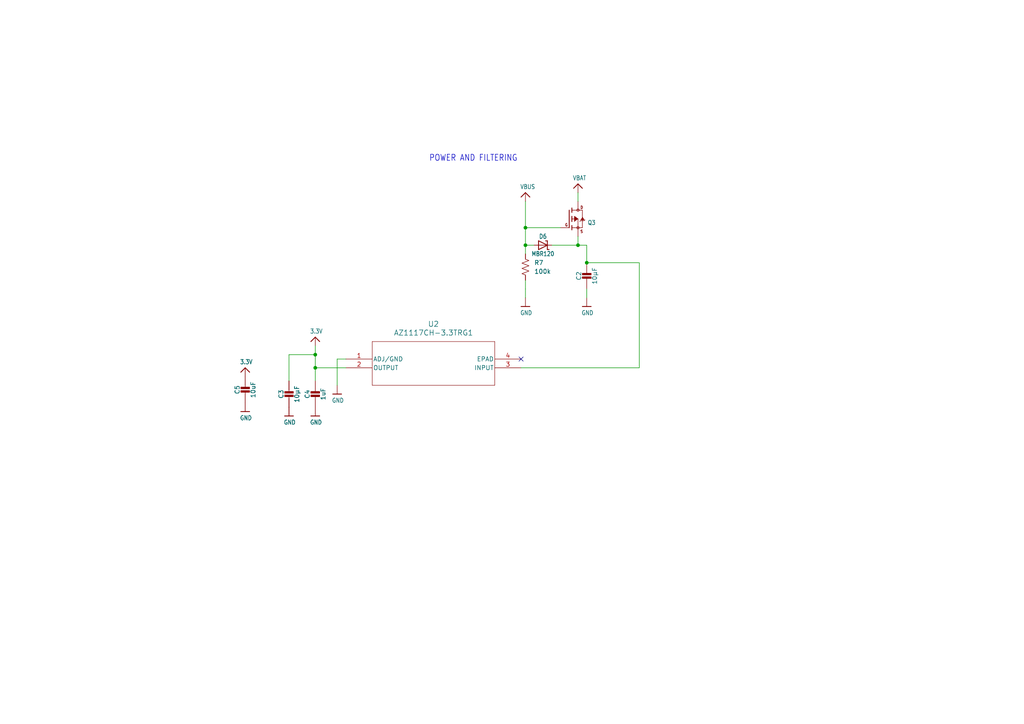
<source format=kicad_sch>
(kicad_sch (version 20250114) (generator "eeschema") (generator_version "9.0")
  (paper "A4")
  (lib_symbols
    (symbol "AZ1117CH-3.3TRG1:AZ1117CH-3.3TRG1" (pin_names (offset 0.254))
      (property "Reference" "U" (at 25.4 10.16 0))
      (property "Value" "AZ1117CH-3.3TRG1" (at 25.4 7.62 0))
      (symbol "AZ1117CH-3.3TRG1_0_1"
        (polyline (pts (xy 7.62 5.08) (xy 7.62 -7.62)) (stroke (width 0.127)))
        (polyline (pts (xy 7.62 -7.62) (xy 43.18 -7.62)) (stroke (width 0.127)))
        (polyline (pts (xy 43.18 5.08) (xy 7.62 5.08)) (stroke (width 0.127)))
        (polyline (pts (xy 43.18 -7.62) (xy 43.18 5.08)) (stroke (width 0.127)))
        (pin bidirectional line (at 0 0 0) (length 7.62) (name "ADJ/GND") (number "1"))
        (pin output line (at 0 -2.54 0) (length 7.62) (name "OUTPUT") (number "2"))
        (pin unspecified line (at 50.8 0 180) (length 7.62) (name "EPAD") (number "4"))
        (pin input line (at 50.8 -2.54 180) (length 7.62) (name "INPUT") (number "3"))
      )
    )
    (symbol "Adafruit HUZZAH32 ESP32 Feather-eagle-import:3.3V" (power)
      (symbol "3.3V_1_0"
        (polyline (pts (xy -1.27 -1.27) (xy 0 0)) (stroke (width 0.254)))
        (polyline (pts (xy 0 0) (xy 1.27 -1.27)) (stroke (width 0.254)))
        (pin power_in line (at 0 -2.54 90) (length 2.54) (name "3.3V") (number "1"))
      )
    )
    (symbol "Adafruit HUZZAH32 ESP32 Feather-eagle-import:CAP_CERAMIC0603_NO"
      (property "Reference" "C" (at -2.29 1.25 90))
      (symbol "CAP_CERAMIC0603_NO_1_0"
        (rectangle (start -1.27 1.524) (end 1.27 2.032) (fill (type outline)))
        (rectangle (start -1.27 0.508) (end 1.27 1.016) (fill (type outline)))
        (polyline (pts (xy 0 2.54) (xy 0 1.778)) (stroke (width 0.1524)))
        (polyline (pts (xy 0 0.762) (xy 0 0)) (stroke (width 0.1524)))
        (pin passive line (at 0 5.08 270) (length 2.54) (name "1") (number "1"))
        (pin passive line (at 0 -2.54 90) (length 2.54) (name "2") (number "2"))
      )
    )
    (symbol "Adafruit HUZZAH32 ESP32 Feather-eagle-import:CAP_CERAMIC0805-NOOUTLINE"
      (property "Reference" "C" (at -2.29 1.25 90))
      (symbol "CAP_CERAMIC0805-NOOUTLINE_1_0"
        (rectangle (start -1.27 1.524) (end 1.27 2.032) (fill (type outline)))
        (rectangle (start -1.27 0.508) (end 1.27 1.016) (fill (type outline)))
        (polyline (pts (xy 0 2.54) (xy 0 1.778)) (stroke (width 0.1524)))
        (polyline (pts (xy 0 0.762) (xy 0 0)) (stroke (width 0.1524)))
        (pin passive line (at 0 5.08 270) (length 2.54) (name "1") (number "1"))
        (pin passive line (at 0 -2.54 90) (length 2.54) (name "2") (number "2"))
      )
    )
    (symbol "Adafruit HUZZAH32 ESP32 Feather-eagle-import:DIODE-SCHOTTKYSOD-123"
      (property "Reference" "D" (at 0 2.54 0))
      (symbol "DIODE-SCHOTTKYSOD-123_1_0"
        (polyline (pts (xy -1.27 1.27) (xy -1.27 -1.27)) (stroke (width 0.254)))
        (polyline (pts (xy -1.27 -1.27) (xy 1.27 0)) (stroke (width 0.254)))
        (polyline (pts (xy 1.27 1.27) (xy 0.762 1.27)) (stroke (width 0.254)))
        (polyline (pts (xy 1.27 1.27) (xy 1.27 0)) (stroke (width 0.254)))
        (polyline (pts (xy 1.27 0) (xy -1.27 1.27)) (stroke (width 0.254)))
        (polyline (pts (xy 1.27 0) (xy 1.27 -1.27)) (stroke (width 0.254)))
        (polyline (pts (xy 1.27 -1.27) (xy 1.778 -1.27)) (stroke (width 0.254)))
        (pin passive line (at -2.54 0 0) (length 2.54) (name "A") (number "A"))
        (pin passive line (at 2.54 0 180) (length 2.54) (name "C") (number "C"))
      )
    )
    (symbol "Adafruit HUZZAH32 ESP32 Feather-eagle-import:GND" (power)
      (symbol "GND_1_0"
        (polyline (pts (xy -1.27 0) (xy 1.27 0)) (stroke (width 0.254)))
        (pin power_in line (at 0 2.54 270) (length 2.54) (name "GND") (number "1"))
      )
    )
    (symbol "Adafruit HUZZAH32 ESP32 Feather-eagle-import:MOSFET-P"
      (property "Reference" "Q" (at 2.794 0.381 0))
      (symbol "MOSFET-P_1_0"
        (polyline (pts (xy -2.54 -2.54) (xy -2.54 2.54)) (stroke (width 0.254)))
        (polyline (pts (xy -1.778 2.54) (xy -1.778 3.175)) (stroke (width 0.254)))
        (polyline (pts (xy -1.778 1.905) (xy -1.778 2.54)) (stroke (width 0.254)))
        (polyline (pts (xy -1.778 0) (xy -1.778 0.762)) (stroke (width 0.254)))
        (polyline (pts (xy -1.778 0) (xy 0 0)) (stroke (width 0.1524)))
        (polyline (pts (xy -1.778 -0.762) (xy -1.778 0)) (stroke (width 0.254)))
        (polyline (pts (xy -1.778 -2.54) (xy -1.778 -1.905)) (stroke (width 0.254)))
        (polyline (pts (xy -1.778 -2.54) (xy 1.27 -2.54)) (stroke (width 0.1524)))
        (polyline (pts (xy -1.778 -3.175) (xy -1.778 -2.54)) (stroke (width 0.254)))
        (circle (center 0 2.54) (radius 0.3592))
        (polyline (pts (xy 0 2.54) (xy -1.778 2.54)) (stroke (width 0.1524)))
        (polyline (pts (xy 0 2.54) (xy 1.27 2.54)) (stroke (width 0.1524)))
        (polyline (pts (xy 0 0) (xy 0 2.54)) (stroke (width 0.1524)))
        (polyline (pts (xy 0 0) (xy -1.016 -0.762) (xy -1.016 0.762)) (stroke (width 0.1524)) (fill (type outline)))
        (circle (center 0 -2.54) (radius 0.3592))
        (polyline (pts (xy 0.508 0.762) (xy 0.762 0.508)) (stroke (width 0.1524)))
        (polyline (pts (xy 0.762 0.508) (xy 1.27 0.508)) (stroke (width 0.1524)))
        (polyline (pts (xy 1.27 0.508) (xy 1.27 2.54)) (stroke (width 0.1524)))
        (polyline (pts (xy 1.27 0.508) (xy 1.778 0.508)) (stroke (width 0.1524)))
        (polyline (pts (xy 1.27 -0.508) (xy 1.778 0.254) (xy 0.762 0.254)) (stroke (width 0.1524)) (fill (type outline)))
        (polyline (pts (xy 1.27 -2.54) (xy 1.27 0.508)) (stroke (width 0.1524)))
        (polyline (pts (xy 1.778 0.508) (xy 2.032 0.254)) (stroke (width 0.1524)))
        (text "G" (at -3.81 1.27 0) (effects (font (size 0.8128 0.6908)) (justify left bottom)))
        (text "S" (at 0.635 3.175 0) (effects (font (size 0.8128 0.6908)) (justify left bottom)))
        (text "D" (at 0.635 -3.81 0) (effects (font (size 0.8128 0.6908)) (justify left bottom)))
        (pin passive line (at -5.08 2.54 0) (length 2.54) (name "G") (number "1"))
        (pin passive line (at 0 5.08 270) (length 2.54) (name "S") (number "2"))
        (pin passive line (at 0 -5.08 90) (length 2.54) (name "D") (number "3"))
      )
    )
    (symbol "Adafruit HUZZAH32 ESP32 Feather-eagle-import:VBAT" (power)
      (symbol "VBAT_1_0"
        (polyline (pts (xy -1.27 -1.27) (xy 0 0)) (stroke (width 0.254)))
        (polyline (pts (xy 0 0) (xy 1.27 -1.27)) (stroke (width 0.254)))
        (pin power_in line (at 0 -2.54 90) (length 2.54) (name "VBAT") (number "1"))
      )
    )
    (symbol "Adafruit HUZZAH32 ESP32 Feather-eagle-import:VBUS" (power)
      (symbol "VBUS_1_0"
        (polyline (pts (xy -1.27 -1.27) (xy 0 0)) (stroke (width 0.254)))
        (polyline (pts (xy 0 0) (xy 1.27 -1.27)) (stroke (width 0.254)))
        (pin power_in line (at 0 -2.54 90) (length 2.54) (name "VBUS") (number "1"))
      )
    )
    (symbol "Device:R_US" (pin_numbers (hide yes)) (pin_names (offset 0))
      (property "Reference" "R" (at 2.54 0 90))
      (property "Value" "R_US" (at -2.54 0 90))
      (symbol "R_US_0_1"
        (polyline (pts (xy 0 2.286) (xy 0 2.54)))
        (polyline (pts (xy 0 2.286) (xy 1.016 1.905) (xy 0 1.524) (xy -1.016 1.143) (xy 0 0.762)))
        (polyline (pts (xy 0 0.762) (xy 1.016 0.381) (xy 0 0) (xy -1.016 -0.381) (xy 0 -0.762)))
        (polyline (pts (xy 0 -0.762) (xy 1.016 -1.143) (xy 0 -1.524) (xy -1.016 -1.905) (xy 0 -2.286)))
        (polyline (pts (xy 0 -2.286) (xy 0 -2.54)))
      )
      (symbol "R_US_1_1"
        (pin passive line (at 0 3.81 270) (length 1.27) (name "~") (number "1"))
        (pin passive line (at 0 -3.81 90) (length 1.27) (name "~") (number "2"))
      )
    )
  )
  (text "POWER AND FILTERING" (at 124.46 46.99 0) (effects (font (size 1.778 1.5113)) (justify left bottom)))
  (junction (at 167.64 71.12))
  (junction (at 152.4 71.12))
  (junction (at 152.4 66.04))
  (junction (at 170.18 76.2))
  (junction (at 91.44 102.87))
  (junction (at 91.44 106.68))
  (no_connect (at 151.13 104.14))
  (wire (pts (xy 97.79 104.14) (xy 97.79 111.76)))
  (wire (pts (xy 83.82 110.49) (xy 83.82 102.87)) (stroke (width 0.1524)))
  (wire (pts (xy 151.13 106.68) (xy 185.42 106.68)))
  (wire (pts (xy 152.4 73.66) (xy 152.4 71.12)) (stroke (width 0.1524)))
  (wire (pts (xy 154.94 71.12) (xy 152.4 71.12)) (stroke (width 0.1524)))
  (wire (pts (xy 170.18 83.82) (xy 170.18 86.36)) (stroke (width 0.1524)))
  (wire (pts (xy 91.44 106.68) (xy 100.33 106.68)))
  (wire (pts (xy 170.18 71.12) (xy 170.18 76.2)) (stroke (width 0.1524)))
  (wire (pts (xy 167.64 71.12) (xy 170.18 71.12)) (stroke (width 0.1524)))
  (wire (pts (xy 152.4 81.28) (xy 152.4 83.82)))
  (wire (pts (xy 185.42 106.68) (xy 185.42 76.2)))
  (wire (pts (xy 160.02 71.12) (xy 167.64 71.12)) (stroke (width 0.1524)))
  (wire (pts (xy 185.42 76.2) (xy 170.18 76.2)))
  (wire (pts (xy 152.4 66.04) (xy 152.4 58.42)) (stroke (width 0.1524)))
  (wire (pts (xy 91.44 106.68) (xy 91.44 110.49)))
  (wire (pts (xy 152.4 71.12) (xy 152.4 66.04)) (stroke (width 0.1524)))
  (wire (pts (xy 167.64 68.58) (xy 167.64 71.12)) (stroke (width 0.1524)))
  (wire (pts (xy 167.64 55.88) (xy 167.64 58.42)) (stroke (width 0.1524)))
  (wire (pts (xy 162.56 66.04) (xy 152.4 66.04)) (stroke (width 0.1524)))
  (wire (pts (xy 83.82 102.87) (xy 91.44 102.87)) (stroke (width 0.1524)))
  (wire (pts (xy 100.33 104.14) (xy 97.79 104.14)))
  (wire (pts (xy 91.44 102.87) (xy 91.44 100.33)) (stroke (width 0.1524)))
  (wire (pts (xy 152.4 86.36) (xy 152.4 83.82)) (stroke (width 0.1524)))
  (wire (pts (xy 91.44 102.87) (xy 91.44 106.68)))
  (symbol (lib_id "Adafruit HUZZAH32 ESP32 Feather-eagle-import:CAP_CERAMIC0805-NOOUTLINE") (at 170.18 81.28 0) (unit 1)
    (property "Reference" "C2" (at 167.89 80.03 90))
    (property "Value" "10µF" (at 172.48 80.03 90))
    (property "Footprint" "Capacitor_SMD:C_0603_1608Metric" (effects (hide yes)))
  )
  (symbol (lib_id "Adafruit HUZZAH32 ESP32 Feather-eagle-import:GND") (at 170.18 88.9 0) (unit 1)
    (property "Reference" "#U$019" (effects (hide yes)))
    (property "Value" "GND" (at 168.656 91.44 0) (effects (font (size 1.27 1.0795)) (justify left bottom)))
  )
  (symbol (lib_id "Adafruit HUZZAH32 ESP32 Feather-eagle-import:CAP_CERAMIC0805-NOOUTLINE") (at 83.82 115.57 0) (unit 1)
    (property "Reference" "C3" (at 81.53 114.32 90))
    (property "Value" "10µF" (at 86.12 114.32 90))
    (property "Footprint" "Capacitor_SMD:C_0603_1608Metric" (effects (hide yes)))
  )
  (symbol (lib_id "Adafruit HUZZAH32 ESP32 Feather-eagle-import:CAP_CERAMIC0603_NO") (at 91.44 115.57 0) (unit 1)
    (property "Reference" "C4" (at 89.15 114.32 90))
    (property "Value" "1uF" (at 93.74 114.32 90))
    (property "Footprint" "Capacitor_SMD:C_0603_1608Metric" (effects (hide yes)))
  )
  (symbol (lib_id "Adafruit HUZZAH32 ESP32 Feather-eagle-import:CAP_CERAMIC0805-NOOUTLINE") (at 71.12 114.3 0) (unit 1)
    (property "Reference" "C5" (at 68.83 113.05 90))
    (property "Value" "10uF" (at 73.42 113.05 90))
    (property "Footprint" "Capacitor_SMD:C_0603_1608Metric" (effects (hide yes)))
  )
  (symbol (lib_id "Adafruit HUZZAH32 ESP32 Feather-eagle-import:3.3V") (at 91.44 97.79 0) (unit 1)
    (property "Reference" "#U$076" (effects (hide yes)))
    (property "Value" "3.3V" (at 89.916 96.774 0) (effects (font (size 1.27 1.0795)) (justify left bottom)))
  )
  (symbol (lib_id "Adafruit HUZZAH32 ESP32 Feather-eagle-import:GND") (at 91.44 120.65 0) (unit 1)
    (property "Reference" "#U$077" (effects (hide yes)))
    (property "Value" "GND" (at 89.916 123.19 0) (effects (font (size 1.27 1.0795)) (justify left bottom)))
  )
  (symbol (lib_id "Adafruit HUZZAH32 ESP32 Feather-eagle-import:MOSFET-P") (at 167.64 63.5 0) (mirror x) (unit 1)
    (property "Reference" "Q3" (at 170.434 63.881 0) (effects (font (size 1.27 1.0795)) (justify left bottom)))
    (property "Value" "DMG3415U" (effects (hide yes)))
    (property "Footprint" "Package_TO_SOT_SMD:SOT-23" (effects (hide yes)))
    (property "Datasheet" "https://www.digikey.com/en/products/detail/diodes-incorporated/DMG3415U-7/2052768?gad_source=1&gad_campaignid=17922795960&gbraid=0AAAAADrbLlis-FggppQWf-vrQiLBlanHm&gclid=Cj0KCQjw4qHEBhCDARIsALYKFNMkpe1Pq2K7Wd7OH9Pxmnl5tdbg4WUnJGkdjWWeQ7yznbd4o2oBez8aApq7EALw_wcB&gclsrc=aw.ds" (effects (hide yes)))
  )
  (symbol (lib_id "Adafruit HUZZAH32 ESP32 Feather-eagle-import:DIODE-SCHOTTKYSOD-123") (at 157.48 71.12 0) (unit 1)
    (property "Reference" "D6" (at 157.48 68.58 0) (effects (font (size 1.27 1.0795))))
    (property "Value" "MBR120" (at 157.48 73.62 0) (effects (font (size 1.27 1.0795))))
    (property "Footprint" "Adafruit HUZZAH32 ESP32 Feather:SOD-123" (effects (hide yes)))
  )
  (symbol (lib_id "Adafruit HUZZAH32 ESP32 Feather-eagle-import:3.3V") (at 71.12 106.68 0) (unit 1)
    (property "Reference" "#U$080" (effects (hide yes)))
    (property "Value" "3.3V" (at 69.596 105.664 0) (effects (font (size 1.27 1.0795)) (justify left bottom)))
  )
  (symbol (lib_id "Adafruit HUZZAH32 ESP32 Feather-eagle-import:VBAT") (at 167.64 53.34 0) (unit 1)
    (property "Reference" "#U$018" (effects (hide yes)))
    (property "Value" "VBAT" (at 166.116 52.324 0) (effects (font (size 1.27 1.0795)) (justify left bottom)))
  )
  (symbol (lib_id "AZ1117CH-3.3TRG1:AZ1117CH-3.3TRG1") (at 100.33 104.14 0) (unit 1)
    (property "Reference" "U2" (at 125.73 93.98 0) (effects (font (size 1.524 1.524))))
    (property "Value" "AZ1117CH-3.3TRG1" (at 125.73 96.52 0) (effects (font (size 1.524 1.524))))
    (property "Footprint" "Package_TO_SOT_SMD:SOT-223" (effects (hide yes)))
    (property "Datasheet" "AZ1117CH-3.3TRG1" (effects (hide yes)))
  )
  (symbol (lib_id "Adafruit HUZZAH32 ESP32 Feather-eagle-import:VBUS") (at 152.4 55.88 0) (unit 1)
    (property "Reference" "#U$01" (effects (hide yes)))
    (property "Value" "VBUS" (at 150.876 54.864 0) (effects (font (size 1.27 1.0795)) (justify left bottom)))
  )
  (symbol (lib_id "Adafruit HUZZAH32 ESP32 Feather-eagle-import:GND") (at 97.79 114.3 0) (unit 1)
    (property "Reference" "#U$020" (effects (hide yes)))
    (property "Value" "GND" (at 96.266 116.84 0) (effects (font (size 1.27 1.0795)) (justify left bottom)))
  )
  (symbol (lib_id "Adafruit HUZZAH32 ESP32 Feather-eagle-import:GND") (at 71.12 119.38 0) (unit 1)
    (property "Reference" "#U$081" (effects (hide yes)))
    (property "Value" "GND" (at 69.596 121.92 0) (effects (font (size 1.27 1.0795)) (justify left bottom)))
  )
  (symbol (lib_id "Device:R_US") (at 152.4 77.47 0) (unit 1)
    (property "Reference" "R7" (at 154.94 76.1999 0) (effects (justify left)))
    (property "Value" "100k" (at 154.94 78.7399 0) (effects (justify left)))
    (property "Footprint" "Resistor_SMD:R_0603_1608Metric" (effects (hide yes)))
    (property "Description" "Resistor, US symbol" (effects (hide yes)))
  )
  (symbol (lib_id "Adafruit HUZZAH32 ESP32 Feather-eagle-import:GND") (at 152.4 88.9 0) (unit 1)
    (property "Reference" "#U$012" (effects (hide yes)))
    (property "Value" "GND" (at 150.876 91.44 0) (effects (font (size 1.27 1.0795)) (justify left bottom)))
  )
  (symbol (lib_id "Adafruit HUZZAH32 ESP32 Feather-eagle-import:GND") (at 83.82 120.65 0) (unit 1)
    (property "Reference" "#U$046" (effects (hide yes)))
    (property "Value" "GND" (at 82.296 123.19 0) (effects (font (size 1.27 1.0795)) (justify left bottom)))
  )
)
</source>
